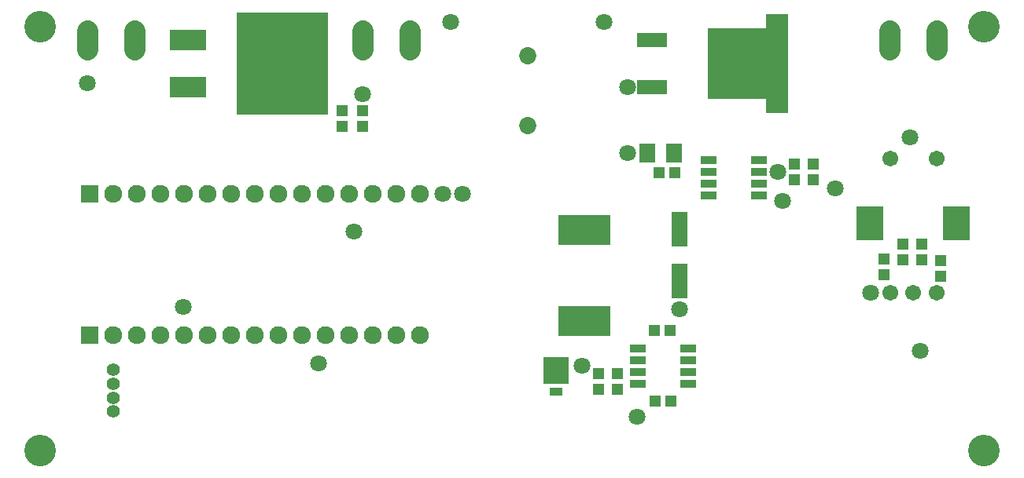
<source format=gbr>
G04 EAGLE Gerber RS-274X export*
G75*
%MOMM*%
%FSLAX34Y34*%
%LPD*%
%INSoldermask Bottom*%
%IPPOS*%
%AMOC8*
5,1,8,0,0,1.08239X$1,22.5*%
G01*
%ADD10C,3.403200*%
%ADD11R,1.303200X1.203200*%
%ADD12R,1.203200X1.303200*%
%ADD13C,1.853200*%
%ADD14R,2.743200X2.873200*%
%ADD15R,1.473200X0.965200*%
%ADD16R,1.928200X1.928200*%
%ADD17C,1.928200*%
%ADD18R,1.703200X0.853200*%
%ADD19R,5.603200X3.203200*%
%ADD20R,3.203200X1.503200*%
%ADD21R,8.653200X7.703200*%
%ADD22R,2.453200X1.753200*%
%ADD23R,1.803200X2.006200*%
%ADD24C,1.711200*%
%ADD25R,4.013200X2.235200*%
%ADD26R,9.855200X11.125200*%
%ADD27R,1.803200X3.703200*%
%ADD28C,2.298700*%
%ADD29C,1.411200*%
%ADD30C,1.803200*%
%ADD31C,1.203200*%

G36*
X932708Y252266D02*
X932708Y252266D01*
X932717Y252265D01*
X932805Y252286D01*
X932895Y252304D01*
X932902Y252309D01*
X932910Y252311D01*
X932983Y252365D01*
X933059Y252417D01*
X933063Y252424D01*
X933070Y252429D01*
X933117Y252507D01*
X933166Y252584D01*
X933167Y252593D01*
X933172Y252600D01*
X933199Y252764D01*
X933199Y288764D01*
X933198Y288772D01*
X933199Y288781D01*
X933178Y288869D01*
X933160Y288959D01*
X933155Y288966D01*
X933153Y288974D01*
X933099Y289047D01*
X933047Y289123D01*
X933040Y289127D01*
X933035Y289134D01*
X932957Y289181D01*
X932880Y289230D01*
X932871Y289231D01*
X932864Y289236D01*
X932700Y289263D01*
X904700Y289263D01*
X904692Y289262D01*
X904683Y289263D01*
X904595Y289242D01*
X904505Y289224D01*
X904498Y289219D01*
X904490Y289217D01*
X904417Y289163D01*
X904341Y289111D01*
X904337Y289104D01*
X904330Y289099D01*
X904283Y289021D01*
X904234Y288944D01*
X904233Y288935D01*
X904228Y288928D01*
X904201Y288764D01*
X904201Y252764D01*
X904202Y252756D01*
X904201Y252747D01*
X904222Y252659D01*
X904240Y252569D01*
X904245Y252562D01*
X904247Y252554D01*
X904301Y252481D01*
X904353Y252405D01*
X904360Y252401D01*
X904365Y252394D01*
X904443Y252347D01*
X904520Y252298D01*
X904529Y252297D01*
X904536Y252292D01*
X904700Y252265D01*
X932700Y252265D01*
X932708Y252266D01*
G37*
G36*
X1025708Y252266D02*
X1025708Y252266D01*
X1025717Y252265D01*
X1025805Y252286D01*
X1025895Y252304D01*
X1025902Y252309D01*
X1025910Y252311D01*
X1025983Y252365D01*
X1026059Y252417D01*
X1026063Y252424D01*
X1026070Y252429D01*
X1026117Y252507D01*
X1026166Y252584D01*
X1026167Y252593D01*
X1026172Y252600D01*
X1026199Y252764D01*
X1026199Y288764D01*
X1026198Y288772D01*
X1026199Y288781D01*
X1026178Y288869D01*
X1026160Y288959D01*
X1026155Y288966D01*
X1026153Y288974D01*
X1026099Y289047D01*
X1026047Y289123D01*
X1026040Y289127D01*
X1026035Y289134D01*
X1025957Y289181D01*
X1025880Y289230D01*
X1025871Y289231D01*
X1025864Y289236D01*
X1025700Y289263D01*
X997700Y289263D01*
X997692Y289262D01*
X997683Y289263D01*
X997595Y289242D01*
X997505Y289224D01*
X997498Y289219D01*
X997490Y289217D01*
X997417Y289163D01*
X997341Y289111D01*
X997337Y289104D01*
X997330Y289099D01*
X997283Y289021D01*
X997234Y288944D01*
X997233Y288935D01*
X997228Y288928D01*
X997201Y288764D01*
X997201Y252764D01*
X997202Y252756D01*
X997201Y252747D01*
X997222Y252659D01*
X997240Y252569D01*
X997245Y252562D01*
X997247Y252554D01*
X997301Y252481D01*
X997353Y252405D01*
X997360Y252401D01*
X997365Y252394D01*
X997443Y252347D01*
X997520Y252298D01*
X997529Y252297D01*
X997536Y252292D01*
X997700Y252265D01*
X1025700Y252265D01*
X1025708Y252266D01*
G37*
D10*
X25400Y25400D03*
X25400Y482600D03*
X1041400Y482600D03*
X1041400Y25400D03*
D11*
X703190Y154940D03*
X686190Y154940D03*
X704460Y78740D03*
X687460Y78740D03*
X708270Y325120D03*
X691270Y325120D03*
D12*
X836930Y334890D03*
X836930Y317890D03*
X857250Y334890D03*
X857250Y317890D03*
X974090Y231530D03*
X974090Y248530D03*
D13*
X549910Y376520D03*
X549910Y451520D03*
D14*
X580390Y112395D03*
D15*
X580390Y88885D03*
D16*
X78740Y302260D03*
D17*
X104140Y302260D03*
X129540Y302260D03*
X154940Y302260D03*
X180340Y302260D03*
X205740Y302260D03*
X231140Y302260D03*
X256540Y302260D03*
X281940Y302260D03*
X307340Y302260D03*
X332740Y302260D03*
X358140Y302260D03*
X383540Y302260D03*
X408940Y302260D03*
X434340Y302260D03*
X434340Y149860D03*
X408940Y149860D03*
X383540Y149860D03*
X358140Y149860D03*
X332740Y149860D03*
X307340Y149860D03*
X281940Y149860D03*
X256540Y149860D03*
X231140Y149860D03*
X205740Y149860D03*
X180340Y149860D03*
X154940Y149860D03*
X129540Y149860D03*
X104140Y149860D03*
D16*
X78740Y149860D03*
D18*
X722960Y135890D03*
X722960Y123190D03*
X722960Y110490D03*
X722960Y97790D03*
X668960Y97790D03*
X668960Y110490D03*
X668960Y123190D03*
X668960Y135890D03*
X799160Y339090D03*
X799160Y326390D03*
X799160Y313690D03*
X799160Y300990D03*
X745160Y300990D03*
X745160Y313690D03*
X745160Y326390D03*
X745160Y339090D03*
D19*
X610870Y165630D03*
X610870Y263630D03*
D20*
X684150Y417830D03*
D21*
X787400Y443230D03*
D20*
X684150Y468630D03*
D22*
X818400Y398230D03*
X818400Y488230D03*
D11*
X626110Y108830D03*
X626110Y91830D03*
X646430Y108830D03*
X646430Y91830D03*
X350520Y375040D03*
X350520Y392040D03*
X372110Y392040D03*
X372110Y375040D03*
X933450Y232020D03*
X933450Y215020D03*
X994410Y230750D03*
X994410Y213750D03*
D23*
X679200Y346710D03*
X707640Y346710D03*
D11*
X953770Y231530D03*
X953770Y248530D03*
D24*
X990200Y340764D03*
X940200Y340764D03*
X990200Y195764D03*
X965200Y195764D03*
X940200Y195764D03*
D25*
X184150Y417830D03*
X184150Y468630D03*
D26*
X285750Y443230D03*
D27*
X713740Y208220D03*
X713740Y264220D03*
D28*
X127000Y458153D02*
X127000Y479108D01*
X76200Y479108D02*
X76200Y458153D01*
X422910Y458153D02*
X422910Y479108D01*
X372110Y479108D02*
X372110Y458153D01*
X990600Y458153D02*
X990600Y479108D01*
X939800Y479108D02*
X939800Y458153D01*
D29*
X104140Y112670D03*
X104140Y97670D03*
X104140Y82670D03*
X104140Y67670D03*
D30*
X608330Y116840D03*
X713740Y177800D03*
X372110Y410210D03*
X881380Y308610D03*
X668020Y62260D03*
X325120Y119380D03*
X467360Y487680D03*
X632460Y487680D03*
X972820Y133350D03*
X919480Y195580D03*
X179070Y180340D03*
X76200Y421640D03*
X480060Y302260D03*
D31*
X751840Y473710D03*
X764540Y473710D03*
X777240Y473710D03*
X789940Y473710D03*
X802640Y473710D03*
X751840Y443230D03*
X764540Y443230D03*
X777240Y443230D03*
X789940Y443230D03*
X802640Y443230D03*
X751840Y426720D03*
X764540Y426720D03*
X777240Y426720D03*
X789940Y426720D03*
X802640Y426720D03*
X751840Y411480D03*
X764540Y411480D03*
X777240Y411480D03*
X789940Y411480D03*
X802640Y411480D03*
X751840Y458470D03*
X764540Y458470D03*
X777240Y458470D03*
X789940Y458470D03*
X802640Y458470D03*
D30*
X657860Y417830D03*
X657860Y346710D03*
X458470Y302260D03*
X363220Y261620D03*
X961390Y363220D03*
X819150Y326390D03*
X824949Y294610D03*
M02*

</source>
